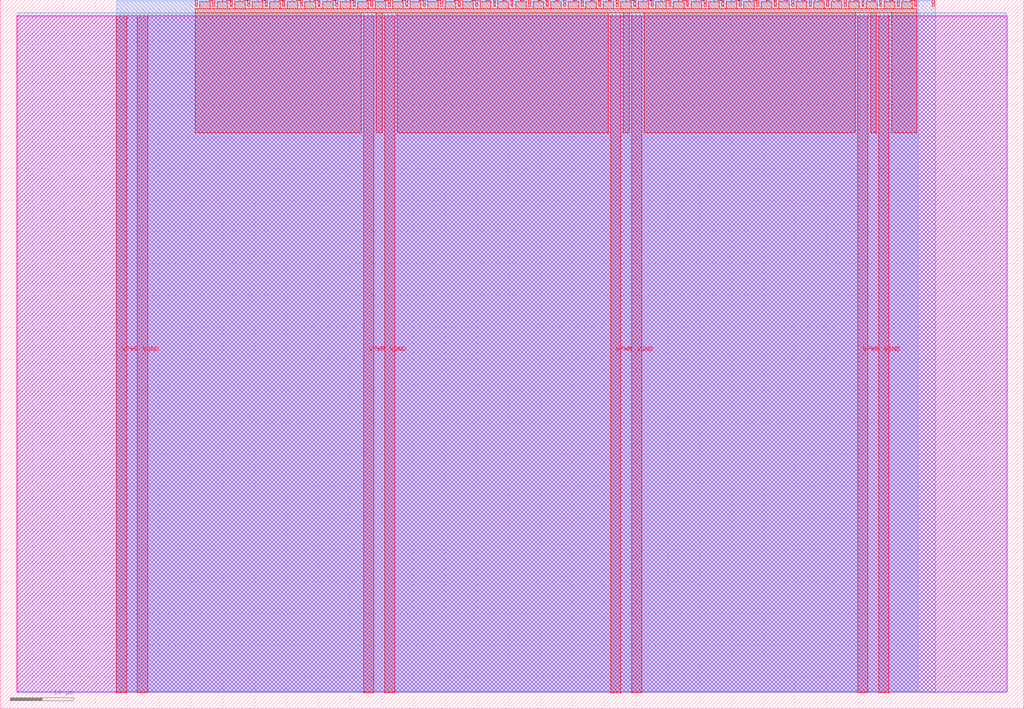
<source format=lef>
VERSION 5.7 ;
  NOWIREEXTENSIONATPIN ON ;
  DIVIDERCHAR "/" ;
  BUSBITCHARS "[]" ;
MACRO tt_um_liaf
  CLASS BLOCK ;
  FOREIGN tt_um_liaf ;
  ORIGIN 0.000 0.000 ;
  SIZE 161.000 BY 111.520 ;
  PIN VGND
    DIRECTION INOUT ;
    USE GROUND ;
    PORT
      LAYER met4 ;
        RECT 21.580 2.480 23.180 109.040 ;
    END
    PORT
      LAYER met4 ;
        RECT 60.450 2.480 62.050 109.040 ;
    END
    PORT
      LAYER met4 ;
        RECT 99.320 2.480 100.920 109.040 ;
    END
    PORT
      LAYER met4 ;
        RECT 138.190 2.480 139.790 109.040 ;
    END
  END VGND
  PIN VPWR
    DIRECTION INOUT ;
    USE POWER ;
    PORT
      LAYER met4 ;
        RECT 18.280 2.480 19.880 109.040 ;
    END
    PORT
      LAYER met4 ;
        RECT 57.150 2.480 58.750 109.040 ;
    END
    PORT
      LAYER met4 ;
        RECT 96.020 2.480 97.620 109.040 ;
    END
    PORT
      LAYER met4 ;
        RECT 134.890 2.480 136.490 109.040 ;
    END
  END VPWR
  PIN clk
    DIRECTION INPUT ;
    USE SIGNAL ;
    ANTENNAGATEAREA 0.852000 ;
    PORT
      LAYER met4 ;
        RECT 143.830 110.520 144.130 111.520 ;
    END
  END clk
  PIN ena
    DIRECTION INPUT ;
    USE SIGNAL ;
    PORT
      LAYER met4 ;
        RECT 146.590 110.520 146.890 111.520 ;
    END
  END ena
  PIN rst_n
    DIRECTION INPUT ;
    USE SIGNAL ;
    ANTENNAGATEAREA 0.213000 ;
    PORT
      LAYER met4 ;
        RECT 141.070 110.520 141.370 111.520 ;
    END
  END rst_n
  PIN ui_in[0]
    DIRECTION INPUT ;
    USE SIGNAL ;
    ANTENNAGATEAREA 0.196500 ;
    PORT
      LAYER met4 ;
        RECT 138.310 110.520 138.610 111.520 ;
    END
  END ui_in[0]
  PIN ui_in[1]
    DIRECTION INPUT ;
    USE SIGNAL ;
    ANTENNAGATEAREA 0.196500 ;
    PORT
      LAYER met4 ;
        RECT 135.550 110.520 135.850 111.520 ;
    END
  END ui_in[1]
  PIN ui_in[2]
    DIRECTION INPUT ;
    USE SIGNAL ;
    ANTENNAGATEAREA 0.196500 ;
    PORT
      LAYER met4 ;
        RECT 132.790 110.520 133.090 111.520 ;
    END
  END ui_in[2]
  PIN ui_in[3]
    DIRECTION INPUT ;
    USE SIGNAL ;
    ANTENNAGATEAREA 0.196500 ;
    PORT
      LAYER met4 ;
        RECT 130.030 110.520 130.330 111.520 ;
    END
  END ui_in[3]
  PIN ui_in[4]
    DIRECTION INPUT ;
    USE SIGNAL ;
    ANTENNAGATEAREA 0.196500 ;
    PORT
      LAYER met4 ;
        RECT 127.270 110.520 127.570 111.520 ;
    END
  END ui_in[4]
  PIN ui_in[5]
    DIRECTION INPUT ;
    USE SIGNAL ;
    ANTENNAGATEAREA 0.196500 ;
    PORT
      LAYER met4 ;
        RECT 124.510 110.520 124.810 111.520 ;
    END
  END ui_in[5]
  PIN ui_in[6]
    DIRECTION INPUT ;
    USE SIGNAL ;
    ANTENNAGATEAREA 0.196500 ;
    PORT
      LAYER met4 ;
        RECT 121.750 110.520 122.050 111.520 ;
    END
  END ui_in[6]
  PIN ui_in[7]
    DIRECTION INPUT ;
    USE SIGNAL ;
    ANTENNAGATEAREA 0.196500 ;
    PORT
      LAYER met4 ;
        RECT 118.990 110.520 119.290 111.520 ;
    END
  END ui_in[7]
  PIN uio_in[0]
    DIRECTION INPUT ;
    USE SIGNAL ;
    PORT
      LAYER met4 ;
        RECT 116.230 110.520 116.530 111.520 ;
    END
  END uio_in[0]
  PIN uio_in[1]
    DIRECTION INPUT ;
    USE SIGNAL ;
    PORT
      LAYER met4 ;
        RECT 113.470 110.520 113.770 111.520 ;
    END
  END uio_in[1]
  PIN uio_in[2]
    DIRECTION INPUT ;
    USE SIGNAL ;
    PORT
      LAYER met4 ;
        RECT 110.710 110.520 111.010 111.520 ;
    END
  END uio_in[2]
  PIN uio_in[3]
    DIRECTION INPUT ;
    USE SIGNAL ;
    PORT
      LAYER met4 ;
        RECT 107.950 110.520 108.250 111.520 ;
    END
  END uio_in[3]
  PIN uio_in[4]
    DIRECTION INPUT ;
    USE SIGNAL ;
    PORT
      LAYER met4 ;
        RECT 105.190 110.520 105.490 111.520 ;
    END
  END uio_in[4]
  PIN uio_in[5]
    DIRECTION INPUT ;
    USE SIGNAL ;
    PORT
      LAYER met4 ;
        RECT 102.430 110.520 102.730 111.520 ;
    END
  END uio_in[5]
  PIN uio_in[6]
    DIRECTION INPUT ;
    USE SIGNAL ;
    PORT
      LAYER met4 ;
        RECT 99.670 110.520 99.970 111.520 ;
    END
  END uio_in[6]
  PIN uio_in[7]
    DIRECTION INPUT ;
    USE SIGNAL ;
    PORT
      LAYER met4 ;
        RECT 96.910 110.520 97.210 111.520 ;
    END
  END uio_in[7]
  PIN uio_oe[0]
    DIRECTION OUTPUT ;
    USE SIGNAL ;
    PORT
      LAYER met4 ;
        RECT 49.990 110.520 50.290 111.520 ;
    END
  END uio_oe[0]
  PIN uio_oe[1]
    DIRECTION OUTPUT ;
    USE SIGNAL ;
    PORT
      LAYER met4 ;
        RECT 47.230 110.520 47.530 111.520 ;
    END
  END uio_oe[1]
  PIN uio_oe[2]
    DIRECTION OUTPUT ;
    USE SIGNAL ;
    PORT
      LAYER met4 ;
        RECT 44.470 110.520 44.770 111.520 ;
    END
  END uio_oe[2]
  PIN uio_oe[3]
    DIRECTION OUTPUT ;
    USE SIGNAL ;
    PORT
      LAYER met4 ;
        RECT 41.710 110.520 42.010 111.520 ;
    END
  END uio_oe[3]
  PIN uio_oe[4]
    DIRECTION OUTPUT ;
    USE SIGNAL ;
    PORT
      LAYER met4 ;
        RECT 38.950 110.520 39.250 111.520 ;
    END
  END uio_oe[4]
  PIN uio_oe[5]
    DIRECTION OUTPUT ;
    USE SIGNAL ;
    PORT
      LAYER met4 ;
        RECT 36.190 110.520 36.490 111.520 ;
    END
  END uio_oe[5]
  PIN uio_oe[6]
    DIRECTION OUTPUT ;
    USE SIGNAL ;
    PORT
      LAYER met4 ;
        RECT 33.430 110.520 33.730 111.520 ;
    END
  END uio_oe[6]
  PIN uio_oe[7]
    DIRECTION OUTPUT ;
    USE SIGNAL ;
    PORT
      LAYER met4 ;
        RECT 30.670 110.520 30.970 111.520 ;
    END
  END uio_oe[7]
  PIN uio_out[0]
    DIRECTION OUTPUT ;
    USE SIGNAL ;
    PORT
      LAYER met4 ;
        RECT 72.070 110.520 72.370 111.520 ;
    END
  END uio_out[0]
  PIN uio_out[1]
    DIRECTION OUTPUT ;
    USE SIGNAL ;
    PORT
      LAYER met4 ;
        RECT 69.310 110.520 69.610 111.520 ;
    END
  END uio_out[1]
  PIN uio_out[2]
    DIRECTION OUTPUT ;
    USE SIGNAL ;
    PORT
      LAYER met4 ;
        RECT 66.550 110.520 66.850 111.520 ;
    END
  END uio_out[2]
  PIN uio_out[3]
    DIRECTION OUTPUT ;
    USE SIGNAL ;
    PORT
      LAYER met4 ;
        RECT 63.790 110.520 64.090 111.520 ;
    END
  END uio_out[3]
  PIN uio_out[4]
    DIRECTION OUTPUT ;
    USE SIGNAL ;
    PORT
      LAYER met4 ;
        RECT 61.030 110.520 61.330 111.520 ;
    END
  END uio_out[4]
  PIN uio_out[5]
    DIRECTION OUTPUT ;
    USE SIGNAL ;
    PORT
      LAYER met4 ;
        RECT 58.270 110.520 58.570 111.520 ;
    END
  END uio_out[5]
  PIN uio_out[6]
    DIRECTION OUTPUT ;
    USE SIGNAL ;
    PORT
      LAYER met4 ;
        RECT 55.510 110.520 55.810 111.520 ;
    END
  END uio_out[6]
  PIN uio_out[7]
    DIRECTION OUTPUT ;
    USE SIGNAL ;
    ANTENNADIFFAREA 0.445500 ;
    PORT
      LAYER met4 ;
        RECT 52.750 110.520 53.050 111.520 ;
    END
  END uio_out[7]
  PIN uo_out[0]
    DIRECTION OUTPUT ;
    USE SIGNAL ;
    ANTENNADIFFAREA 0.445500 ;
    PORT
      LAYER met4 ;
        RECT 94.150 110.520 94.450 111.520 ;
    END
  END uo_out[0]
  PIN uo_out[1]
    DIRECTION OUTPUT ;
    USE SIGNAL ;
    ANTENNAGATEAREA 0.373500 ;
    ANTENNADIFFAREA 0.891000 ;
    PORT
      LAYER met4 ;
        RECT 91.390 110.520 91.690 111.520 ;
    END
  END uo_out[1]
  PIN uo_out[2]
    DIRECTION OUTPUT ;
    USE SIGNAL ;
    ANTENNAGATEAREA 0.373500 ;
    ANTENNADIFFAREA 0.891000 ;
    PORT
      LAYER met4 ;
        RECT 88.630 110.520 88.930 111.520 ;
    END
  END uo_out[2]
  PIN uo_out[3]
    DIRECTION OUTPUT ;
    USE SIGNAL ;
    ANTENNAGATEAREA 0.868500 ;
    ANTENNADIFFAREA 0.891000 ;
    PORT
      LAYER met4 ;
        RECT 85.870 110.520 86.170 111.520 ;
    END
  END uo_out[3]
  PIN uo_out[4]
    DIRECTION OUTPUT ;
    USE SIGNAL ;
    ANTENNAGATEAREA 1.116000 ;
    ANTENNADIFFAREA 0.891000 ;
    PORT
      LAYER met4 ;
        RECT 83.110 110.520 83.410 111.520 ;
    END
  END uo_out[4]
  PIN uo_out[5]
    DIRECTION OUTPUT ;
    USE SIGNAL ;
    ANTENNAGATEAREA 0.868500 ;
    ANTENNADIFFAREA 0.891000 ;
    PORT
      LAYER met4 ;
        RECT 80.350 110.520 80.650 111.520 ;
    END
  END uo_out[5]
  PIN uo_out[6]
    DIRECTION OUTPUT ;
    USE SIGNAL ;
    ANTENNAGATEAREA 0.621000 ;
    ANTENNADIFFAREA 0.891000 ;
    PORT
      LAYER met4 ;
        RECT 77.590 110.520 77.890 111.520 ;
    END
  END uo_out[6]
  PIN uo_out[7]
    DIRECTION OUTPUT ;
    USE SIGNAL ;
    ANTENNAGATEAREA 0.621000 ;
    ANTENNADIFFAREA 0.891000 ;
    PORT
      LAYER met4 ;
        RECT 74.830 110.520 75.130 111.520 ;
    END
  END uo_out[7]
  OBS
      LAYER nwell ;
        RECT 2.570 2.635 158.430 108.990 ;
      LAYER li1 ;
        RECT 2.760 2.635 158.240 108.885 ;
      LAYER met1 ;
        RECT 2.760 2.480 158.240 109.440 ;
      LAYER met2 ;
        RECT 18.310 2.535 147.100 111.365 ;
      LAYER met3 ;
        RECT 18.290 2.555 144.370 111.345 ;
      LAYER met4 ;
        RECT 31.370 110.120 33.030 111.170 ;
        RECT 34.130 110.120 35.790 111.170 ;
        RECT 36.890 110.120 38.550 111.170 ;
        RECT 39.650 110.120 41.310 111.170 ;
        RECT 42.410 110.120 44.070 111.170 ;
        RECT 45.170 110.120 46.830 111.170 ;
        RECT 47.930 110.120 49.590 111.170 ;
        RECT 50.690 110.120 52.350 111.170 ;
        RECT 53.450 110.120 55.110 111.170 ;
        RECT 56.210 110.120 57.870 111.170 ;
        RECT 58.970 110.120 60.630 111.170 ;
        RECT 61.730 110.120 63.390 111.170 ;
        RECT 64.490 110.120 66.150 111.170 ;
        RECT 67.250 110.120 68.910 111.170 ;
        RECT 70.010 110.120 71.670 111.170 ;
        RECT 72.770 110.120 74.430 111.170 ;
        RECT 75.530 110.120 77.190 111.170 ;
        RECT 78.290 110.120 79.950 111.170 ;
        RECT 81.050 110.120 82.710 111.170 ;
        RECT 83.810 110.120 85.470 111.170 ;
        RECT 86.570 110.120 88.230 111.170 ;
        RECT 89.330 110.120 90.990 111.170 ;
        RECT 92.090 110.120 93.750 111.170 ;
        RECT 94.850 110.120 96.510 111.170 ;
        RECT 97.610 110.120 99.270 111.170 ;
        RECT 100.370 110.120 102.030 111.170 ;
        RECT 103.130 110.120 104.790 111.170 ;
        RECT 105.890 110.120 107.550 111.170 ;
        RECT 108.650 110.120 110.310 111.170 ;
        RECT 111.410 110.120 113.070 111.170 ;
        RECT 114.170 110.120 115.830 111.170 ;
        RECT 116.930 110.120 118.590 111.170 ;
        RECT 119.690 110.120 121.350 111.170 ;
        RECT 122.450 110.120 124.110 111.170 ;
        RECT 125.210 110.120 126.870 111.170 ;
        RECT 127.970 110.120 129.630 111.170 ;
        RECT 130.730 110.120 132.390 111.170 ;
        RECT 133.490 110.120 135.150 111.170 ;
        RECT 136.250 110.120 137.910 111.170 ;
        RECT 139.010 110.120 140.670 111.170 ;
        RECT 141.770 110.120 143.430 111.170 ;
        RECT 30.655 109.440 144.145 110.120 ;
        RECT 30.655 90.615 56.750 109.440 ;
        RECT 59.150 90.615 60.050 109.440 ;
        RECT 62.450 90.615 95.620 109.440 ;
        RECT 98.020 90.615 98.920 109.440 ;
        RECT 101.320 90.615 134.490 109.440 ;
        RECT 136.890 90.615 137.790 109.440 ;
        RECT 140.190 90.615 144.145 109.440 ;
  END
END tt_um_liaf
END LIBRARY


</source>
